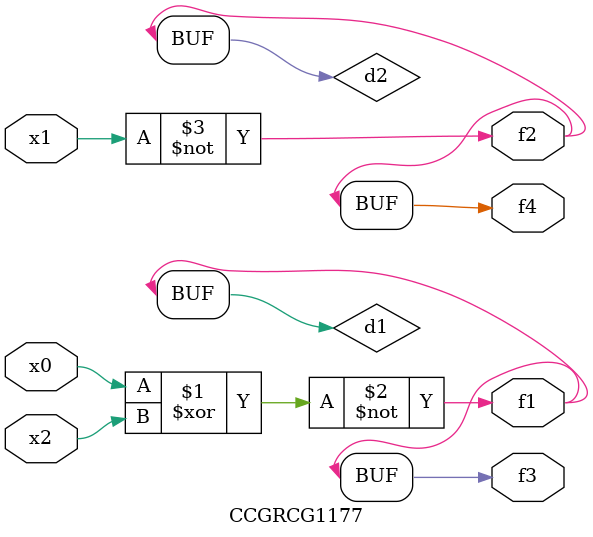
<source format=v>
module CCGRCG1177(
	input x0, x1, x2,
	output f1, f2, f3, f4
);

	wire d1, d2, d3;

	xnor (d1, x0, x2);
	nand (d2, x1);
	nor (d3, x1, x2);
	assign f1 = d1;
	assign f2 = d2;
	assign f3 = d1;
	assign f4 = d2;
endmodule

</source>
